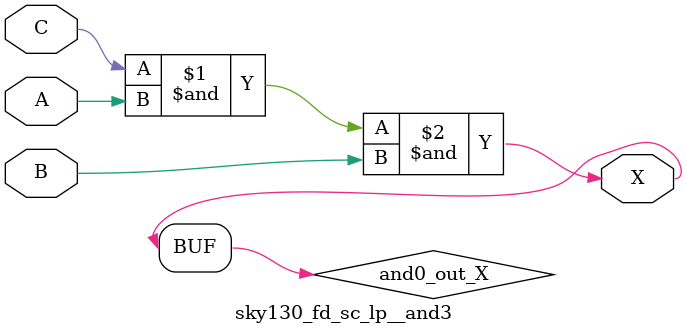
<source format=v>
/*
 * Copyright 2020 The SkyWater PDK Authors
 *
 * Licensed under the Apache License, Version 2.0 (the "License");
 * you may not use this file except in compliance with the License.
 * You may obtain a copy of the License at
 *
 *     https://www.apache.org/licenses/LICENSE-2.0
 *
 * Unless required by applicable law or agreed to in writing, software
 * distributed under the License is distributed on an "AS IS" BASIS,
 * WITHOUT WARRANTIES OR CONDITIONS OF ANY KIND, either express or implied.
 * See the License for the specific language governing permissions and
 * limitations under the License.
 *
 * SPDX-License-Identifier: Apache-2.0
*/


`ifndef SKY130_FD_SC_LP__AND3_FUNCTIONAL_V
`define SKY130_FD_SC_LP__AND3_FUNCTIONAL_V

/**
 * and3: 3-input AND.
 *
 * Verilog simulation functional model.
 */

`timescale 1ns / 1ps
`default_nettype none

`celldefine
module sky130_fd_sc_lp__and3 (
    X,
    A,
    B,
    C
);

    // Module ports
    output X;
    input  A;
    input  B;
    input  C;

    // Local signals
    wire and0_out_X;

    //  Name  Output      Other arguments
    and and0 (and0_out_X, C, A, B        );
    buf buf0 (X         , and0_out_X     );

endmodule
`endcelldefine

`default_nettype wire
`endif  // SKY130_FD_SC_LP__AND3_FUNCTIONAL_V
</source>
